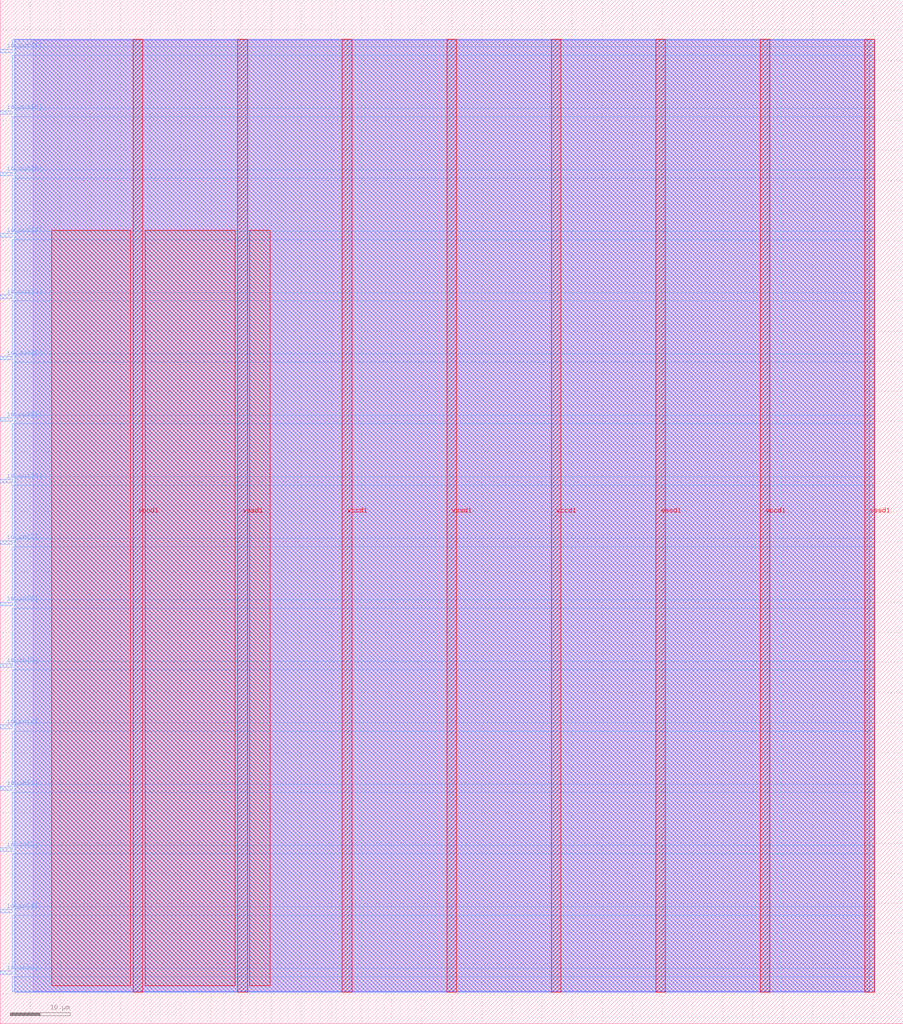
<source format=lef>
VERSION 5.7 ;
  NOWIREEXTENSIONATPIN ON ;
  DIVIDERCHAR "/" ;
  BUSBITCHARS "[]" ;
MACRO user_module_348381622440034899
  CLASS BLOCK ;
  FOREIGN user_module_348381622440034899 ;
  ORIGIN 0.000 0.000 ;
  SIZE 150.000 BY 170.000 ;
  PIN io_in[0]
    DIRECTION INPUT ;
    USE SIGNAL ;
    PORT
      LAYER met3 ;
        RECT 0.000 8.200 2.000 8.800 ;
    END
  END io_in[0]
  PIN io_in[1]
    DIRECTION INPUT ;
    USE SIGNAL ;
    PORT
      LAYER met3 ;
        RECT 0.000 18.400 2.000 19.000 ;
    END
  END io_in[1]
  PIN io_in[2]
    DIRECTION INPUT ;
    USE SIGNAL ;
    PORT
      LAYER met3 ;
        RECT 0.000 28.600 2.000 29.200 ;
    END
  END io_in[2]
  PIN io_in[3]
    DIRECTION INPUT ;
    USE SIGNAL ;
    PORT
      LAYER met3 ;
        RECT 0.000 38.800 2.000 39.400 ;
    END
  END io_in[3]
  PIN io_in[4]
    DIRECTION INPUT ;
    USE SIGNAL ;
    PORT
      LAYER met3 ;
        RECT 0.000 49.000 2.000 49.600 ;
    END
  END io_in[4]
  PIN io_in[5]
    DIRECTION INPUT ;
    USE SIGNAL ;
    PORT
      LAYER met3 ;
        RECT 0.000 59.200 2.000 59.800 ;
    END
  END io_in[5]
  PIN io_in[6]
    DIRECTION INPUT ;
    USE SIGNAL ;
    PORT
      LAYER met3 ;
        RECT 0.000 69.400 2.000 70.000 ;
    END
  END io_in[6]
  PIN io_in[7]
    DIRECTION INPUT ;
    USE SIGNAL ;
    PORT
      LAYER met3 ;
        RECT 0.000 79.600 2.000 80.200 ;
    END
  END io_in[7]
  PIN io_out[0]
    DIRECTION OUTPUT TRISTATE ;
    USE SIGNAL ;
    PORT
      LAYER met3 ;
        RECT 0.000 89.800 2.000 90.400 ;
    END
  END io_out[0]
  PIN io_out[1]
    DIRECTION OUTPUT TRISTATE ;
    USE SIGNAL ;
    PORT
      LAYER met3 ;
        RECT 0.000 100.000 2.000 100.600 ;
    END
  END io_out[1]
  PIN io_out[2]
    DIRECTION OUTPUT TRISTATE ;
    USE SIGNAL ;
    PORT
      LAYER met3 ;
        RECT 0.000 110.200 2.000 110.800 ;
    END
  END io_out[2]
  PIN io_out[3]
    DIRECTION OUTPUT TRISTATE ;
    USE SIGNAL ;
    PORT
      LAYER met3 ;
        RECT 0.000 120.400 2.000 121.000 ;
    END
  END io_out[3]
  PIN io_out[4]
    DIRECTION OUTPUT TRISTATE ;
    USE SIGNAL ;
    PORT
      LAYER met3 ;
        RECT 0.000 130.600 2.000 131.200 ;
    END
  END io_out[4]
  PIN io_out[5]
    DIRECTION OUTPUT TRISTATE ;
    USE SIGNAL ;
    PORT
      LAYER met3 ;
        RECT 0.000 140.800 2.000 141.400 ;
    END
  END io_out[5]
  PIN io_out[6]
    DIRECTION OUTPUT TRISTATE ;
    USE SIGNAL ;
    PORT
      LAYER met3 ;
        RECT 0.000 151.000 2.000 151.600 ;
    END
  END io_out[6]
  PIN io_out[7]
    DIRECTION OUTPUT TRISTATE ;
    USE SIGNAL ;
    PORT
      LAYER met3 ;
        RECT 0.000 161.200 2.000 161.800 ;
    END
  END io_out[7]
  PIN vccd1
    DIRECTION INOUT ;
    USE POWER ;
    PORT
      LAYER met4 ;
        RECT 22.085 5.200 23.685 163.440 ;
    END
    PORT
      LAYER met4 ;
        RECT 56.815 5.200 58.415 163.440 ;
    END
    PORT
      LAYER met4 ;
        RECT 91.545 5.200 93.145 163.440 ;
    END
    PORT
      LAYER met4 ;
        RECT 126.275 5.200 127.875 163.440 ;
    END
  END vccd1
  PIN vssd1
    DIRECTION INOUT ;
    USE GROUND ;
    PORT
      LAYER met4 ;
        RECT 39.450 5.200 41.050 163.440 ;
    END
    PORT
      LAYER met4 ;
        RECT 74.180 5.200 75.780 163.440 ;
    END
    PORT
      LAYER met4 ;
        RECT 108.910 5.200 110.510 163.440 ;
    END
    PORT
      LAYER met4 ;
        RECT 143.640 5.200 145.240 163.440 ;
    END
  END vssd1
  OBS
      LAYER li1 ;
        RECT 5.520 5.355 144.440 163.285 ;
      LAYER met1 ;
        RECT 2.370 5.200 145.240 163.440 ;
      LAYER met2 ;
        RECT 2.390 5.255 145.210 163.385 ;
      LAYER met3 ;
        RECT 2.000 162.200 145.230 163.365 ;
        RECT 2.400 160.800 145.230 162.200 ;
        RECT 2.000 152.000 145.230 160.800 ;
        RECT 2.400 150.600 145.230 152.000 ;
        RECT 2.000 141.800 145.230 150.600 ;
        RECT 2.400 140.400 145.230 141.800 ;
        RECT 2.000 131.600 145.230 140.400 ;
        RECT 2.400 130.200 145.230 131.600 ;
        RECT 2.000 121.400 145.230 130.200 ;
        RECT 2.400 120.000 145.230 121.400 ;
        RECT 2.000 111.200 145.230 120.000 ;
        RECT 2.400 109.800 145.230 111.200 ;
        RECT 2.000 101.000 145.230 109.800 ;
        RECT 2.400 99.600 145.230 101.000 ;
        RECT 2.000 90.800 145.230 99.600 ;
        RECT 2.400 89.400 145.230 90.800 ;
        RECT 2.000 80.600 145.230 89.400 ;
        RECT 2.400 79.200 145.230 80.600 ;
        RECT 2.000 70.400 145.230 79.200 ;
        RECT 2.400 69.000 145.230 70.400 ;
        RECT 2.000 60.200 145.230 69.000 ;
        RECT 2.400 58.800 145.230 60.200 ;
        RECT 2.000 50.000 145.230 58.800 ;
        RECT 2.400 48.600 145.230 50.000 ;
        RECT 2.000 39.800 145.230 48.600 ;
        RECT 2.400 38.400 145.230 39.800 ;
        RECT 2.000 29.600 145.230 38.400 ;
        RECT 2.400 28.200 145.230 29.600 ;
        RECT 2.000 19.400 145.230 28.200 ;
        RECT 2.400 18.000 145.230 19.400 ;
        RECT 2.000 9.200 145.230 18.000 ;
        RECT 2.400 7.800 145.230 9.200 ;
        RECT 2.000 5.275 145.230 7.800 ;
      LAYER met4 ;
        RECT 8.575 6.295 21.685 131.745 ;
        RECT 24.085 6.295 39.050 131.745 ;
        RECT 41.450 6.295 44.785 131.745 ;
  END
END user_module_348381622440034899
END LIBRARY


</source>
